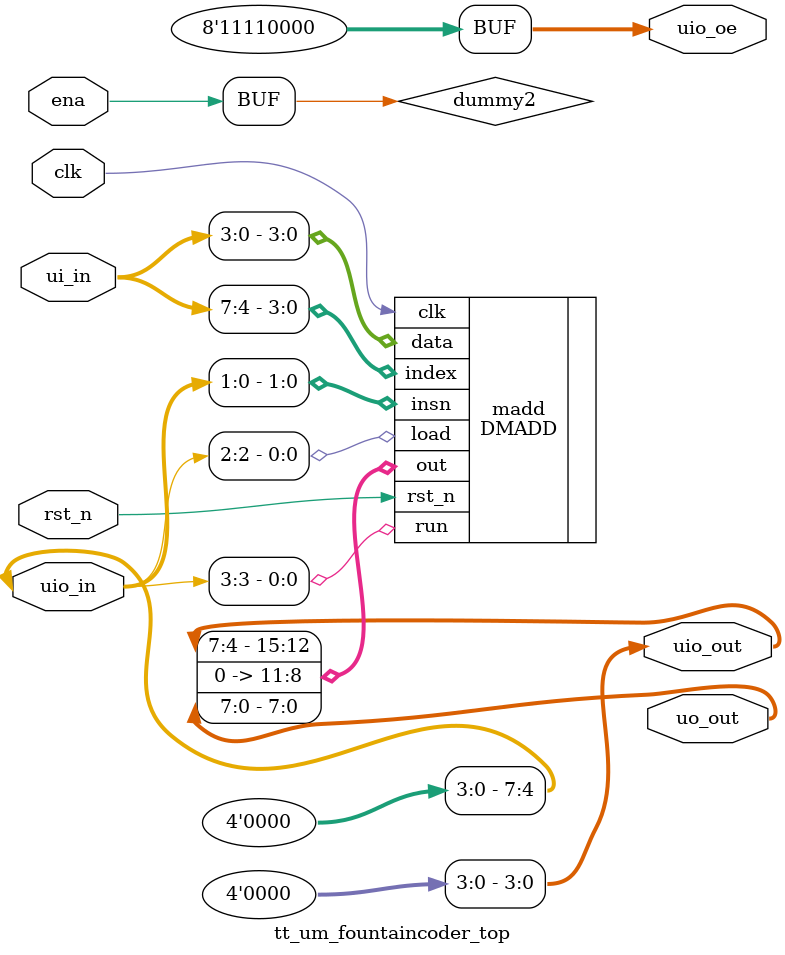
<source format=v>
/*
 * Copyright (c) 2024 Jonny Edwards
 * SPDX-License-Identifier: Apache-2.0
 */

`define default_netname none

module tt_um_fountaincoder_top (
    input  wire [7:0] ui_in,    // Dedicated inputs
    output wire [7:0] uo_out,   // Dedicated outputs
    input  wire [7:0] uio_in,   // IOs: Input path
    output wire [7:0] uio_out,  // IOs: Output path
    output wire [7:0] uio_oe,   // IOs: Enable path (active high: 0=input, 1=output)
    input  wire       ena,      // will go high when the design is enabled
    input  wire       clk,      // clock
    input  wire       rst_n     // reset_n - low to reset
);

assign uio_oe       = 8'b11110000;
assign dummy2          =  ena;
assign uio_out[3:0] = 4'b0;  
assign uio_in[4:7]  = 4'b0;

//assign all the loose ports

DMADD madd(
        .clk    (clk),
        .run    (uio_in[3]),
        .load   (uio_in[2]),
        .insn   (uio_in[1:0]),
        .index  (ui_in[7:4]),
        .data   (ui_in[3:0]),
        .out    ({uio_out,uo_out}), 
        .rst_n  (rst_n)
);

endmodule


</source>
